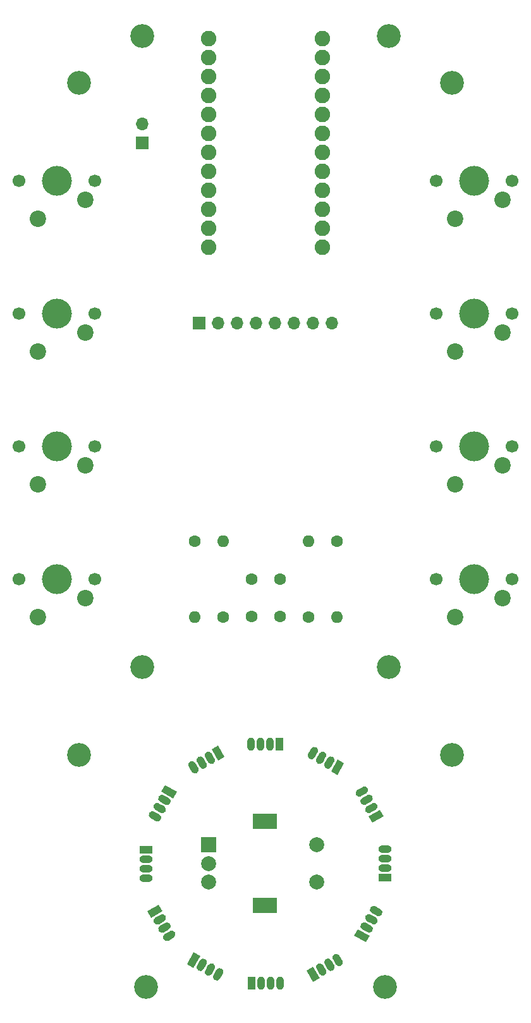
<source format=gbr>
G04 #@! TF.GenerationSoftware,KiCad,Pcbnew,(5.1.9-0-10_14)*
G04 #@! TF.CreationDate,2021-03-16T08:56:42-07:00*
G04 #@! TF.ProjectId,inkkeys,696e6b6b-6579-4732-9e6b-696361645f70,rev?*
G04 #@! TF.SameCoordinates,Original*
G04 #@! TF.FileFunction,Soldermask,Top*
G04 #@! TF.FilePolarity,Negative*
%FSLAX46Y46*%
G04 Gerber Fmt 4.6, Leading zero omitted, Abs format (unit mm)*
G04 Created by KiCad (PCBNEW (5.1.9-0-10_14)) date 2021-03-16 08:56:42*
%MOMM*%
%LPD*%
G01*
G04 APERTURE LIST*
%ADD10C,0.100000*%
%ADD11O,1.800000X1.000000*%
%ADD12R,1.800000X1.000000*%
%ADD13O,1.000000X1.800000*%
%ADD14R,1.000000X1.800000*%
%ADD15C,3.200000*%
%ADD16C,2.082800*%
%ADD17R,1.700000X1.700000*%
%ADD18O,1.700000X1.700000*%
%ADD19C,1.700000*%
%ADD20C,4.000000*%
%ADD21C,2.200000*%
%ADD22C,1.600000*%
%ADD23O,1.600000X1.600000*%
%ADD24C,2.000000*%
%ADD25R,3.200000X2.000000*%
%ADD26R,2.000000X2.000000*%
G04 APERTURE END LIST*
G36*
G01*
X97148904Y-134952184D02*
X96748904Y-135645004D01*
G75*
G02*
X96065891Y-135828017I-433013J250000D01*
G01*
X96065891Y-135828017D01*
G75*
G02*
X95882878Y-135145004I250000J433013D01*
G01*
X96282878Y-134452184D01*
G75*
G02*
X96965891Y-134269171I433013J-250000D01*
G01*
X96965891Y-134269171D01*
G75*
G02*
X97148904Y-134952184I-250000J-433013D01*
G01*
G37*
G36*
G01*
X98248756Y-135587184D02*
X97848756Y-136280004D01*
G75*
G02*
X97165743Y-136463017I-433013J250000D01*
G01*
X97165743Y-136463017D01*
G75*
G02*
X96982730Y-135780004I250000J433013D01*
G01*
X97382730Y-135087184D01*
G75*
G02*
X98065743Y-134904171I433013J-250000D01*
G01*
X98065743Y-134904171D01*
G75*
G02*
X98248756Y-135587184I-250000J-433013D01*
G01*
G37*
G36*
G01*
X99348609Y-136222184D02*
X98948609Y-136915004D01*
G75*
G02*
X98265596Y-137098017I-433013J250000D01*
G01*
X98265596Y-137098017D01*
G75*
G02*
X98082583Y-136415004I250000J433013D01*
G01*
X98482583Y-135722184D01*
G75*
G02*
X99165596Y-135539171I433013J-250000D01*
G01*
X99165596Y-135539171D01*
G75*
G02*
X99348609Y-136222184I-250000J-433013D01*
G01*
G37*
D10*
G36*
X100698461Y-136424171D02*
G01*
X99798461Y-137983017D01*
X98932435Y-137483017D01*
X99832435Y-135924171D01*
X100698461Y-136424171D01*
G37*
G36*
G01*
X103667816Y-140438904D02*
X102974996Y-140838904D01*
G75*
G02*
X102291983Y-140655891I-250000J433013D01*
G01*
X102291983Y-140655891D01*
G75*
G02*
X102474996Y-139972878I433013J250000D01*
G01*
X103167816Y-139572878D01*
G75*
G02*
X103850829Y-139755891I250000J-433013D01*
G01*
X103850829Y-139755891D01*
G75*
G02*
X103667816Y-140438904I-433013J-250000D01*
G01*
G37*
G36*
G01*
X104302816Y-141538756D02*
X103609996Y-141938756D01*
G75*
G02*
X102926983Y-141755743I-250000J433013D01*
G01*
X102926983Y-141755743D01*
G75*
G02*
X103109996Y-141072730I433013J250000D01*
G01*
X103802816Y-140672730D01*
G75*
G02*
X104485829Y-140855743I250000J-433013D01*
G01*
X104485829Y-140855743D01*
G75*
G02*
X104302816Y-141538756I-433013J-250000D01*
G01*
G37*
G36*
G01*
X104937816Y-142638609D02*
X104244996Y-143038609D01*
G75*
G02*
X103561983Y-142855596I-250000J433013D01*
G01*
X103561983Y-142855596D01*
G75*
G02*
X103744996Y-142172583I433013J250000D01*
G01*
X104437816Y-141772583D01*
G75*
G02*
X105120829Y-141955596I250000J-433013D01*
G01*
X105120829Y-141955596D01*
G75*
G02*
X104937816Y-142638609I-433013J-250000D01*
G01*
G37*
G36*
X106005829Y-143488461D02*
G01*
X104446983Y-144388461D01*
X103946983Y-143522435D01*
X105505829Y-142622435D01*
X106005829Y-143488461D01*
G37*
D11*
X106170000Y-147950000D03*
X106170000Y-149220000D03*
X106170000Y-150490000D03*
D12*
X106170000Y-151760000D03*
G36*
G01*
X105077816Y-156838904D02*
X104384996Y-156438904D01*
G75*
G02*
X104201983Y-155755891I250000J433013D01*
G01*
X104201983Y-155755891D01*
G75*
G02*
X104884996Y-155572878I433013J-250000D01*
G01*
X105577816Y-155972878D01*
G75*
G02*
X105760829Y-156655891I-250000J-433013D01*
G01*
X105760829Y-156655891D01*
G75*
G02*
X105077816Y-156838904I-433013J250000D01*
G01*
G37*
G36*
G01*
X104442816Y-157938756D02*
X103749996Y-157538756D01*
G75*
G02*
X103566983Y-156855743I250000J433013D01*
G01*
X103566983Y-156855743D01*
G75*
G02*
X104249996Y-156672730I433013J-250000D01*
G01*
X104942816Y-157072730D01*
G75*
G02*
X105125829Y-157755743I-250000J-433013D01*
G01*
X105125829Y-157755743D01*
G75*
G02*
X104442816Y-157938756I-433013J250000D01*
G01*
G37*
G36*
G01*
X103807816Y-159038609D02*
X103114996Y-158638609D01*
G75*
G02*
X102931983Y-157955596I250000J433013D01*
G01*
X102931983Y-157955596D01*
G75*
G02*
X103614996Y-157772583I433013J-250000D01*
G01*
X104307816Y-158172583D01*
G75*
G02*
X104490829Y-158855596I-250000J-433013D01*
G01*
X104490829Y-158855596D01*
G75*
G02*
X103807816Y-159038609I-433013J250000D01*
G01*
G37*
D10*
G36*
X103605829Y-160388461D02*
G01*
X102046983Y-159488461D01*
X102546983Y-158622435D01*
X104105829Y-159522435D01*
X103605829Y-160388461D01*
G37*
G36*
G01*
X99591096Y-163357816D02*
X99191096Y-162664996D01*
G75*
G02*
X99374109Y-161981983I433013J250000D01*
G01*
X99374109Y-161981983D01*
G75*
G02*
X100057122Y-162164996I250000J-433013D01*
G01*
X100457122Y-162857816D01*
G75*
G02*
X100274109Y-163540829I-433013J-250000D01*
G01*
X100274109Y-163540829D01*
G75*
G02*
X99591096Y-163357816I-250000J433013D01*
G01*
G37*
G36*
G01*
X98491244Y-163992816D02*
X98091244Y-163299996D01*
G75*
G02*
X98274257Y-162616983I433013J250000D01*
G01*
X98274257Y-162616983D01*
G75*
G02*
X98957270Y-162799996I250000J-433013D01*
G01*
X99357270Y-163492816D01*
G75*
G02*
X99174257Y-164175829I-433013J-250000D01*
G01*
X99174257Y-164175829D01*
G75*
G02*
X98491244Y-163992816I-250000J433013D01*
G01*
G37*
G36*
G01*
X97391391Y-164627816D02*
X96991391Y-163934996D01*
G75*
G02*
X97174404Y-163251983I433013J250000D01*
G01*
X97174404Y-163251983D01*
G75*
G02*
X97857417Y-163434996I250000J-433013D01*
G01*
X98257417Y-164127816D01*
G75*
G02*
X98074404Y-164810829I-433013J-250000D01*
G01*
X98074404Y-164810829D01*
G75*
G02*
X97391391Y-164627816I-250000J433013D01*
G01*
G37*
G36*
X96541539Y-165695829D02*
G01*
X95641539Y-164136983D01*
X96507565Y-163636983D01*
X97407565Y-165195829D01*
X96541539Y-165695829D01*
G37*
D13*
X92080000Y-165860000D03*
X90810000Y-165860000D03*
X89540000Y-165860000D03*
D14*
X88270000Y-165860000D03*
G36*
G01*
X83191096Y-164767816D02*
X83591096Y-164074996D01*
G75*
G02*
X84274109Y-163891983I433013J-250000D01*
G01*
X84274109Y-163891983D01*
G75*
G02*
X84457122Y-164574996I-250000J-433013D01*
G01*
X84057122Y-165267816D01*
G75*
G02*
X83374109Y-165450829I-433013J250000D01*
G01*
X83374109Y-165450829D01*
G75*
G02*
X83191096Y-164767816I250000J433013D01*
G01*
G37*
G36*
G01*
X82091244Y-164132816D02*
X82491244Y-163439996D01*
G75*
G02*
X83174257Y-163256983I433013J-250000D01*
G01*
X83174257Y-163256983D01*
G75*
G02*
X83357270Y-163939996I-250000J-433013D01*
G01*
X82957270Y-164632816D01*
G75*
G02*
X82274257Y-164815829I-433013J250000D01*
G01*
X82274257Y-164815829D01*
G75*
G02*
X82091244Y-164132816I250000J433013D01*
G01*
G37*
G36*
G01*
X80991391Y-163497816D02*
X81391391Y-162804996D01*
G75*
G02*
X82074404Y-162621983I433013J-250000D01*
G01*
X82074404Y-162621983D01*
G75*
G02*
X82257417Y-163304996I-250000J-433013D01*
G01*
X81857417Y-163997816D01*
G75*
G02*
X81174404Y-164180829I-433013J250000D01*
G01*
X81174404Y-164180829D01*
G75*
G02*
X80991391Y-163497816I250000J433013D01*
G01*
G37*
D10*
G36*
X79641539Y-163295829D02*
G01*
X80541539Y-161736983D01*
X81407565Y-162236983D01*
X80507565Y-163795829D01*
X79641539Y-163295829D01*
G37*
G36*
G01*
X76672184Y-159281096D02*
X77365004Y-158881096D01*
G75*
G02*
X78048017Y-159064109I250000J-433013D01*
G01*
X78048017Y-159064109D01*
G75*
G02*
X77865004Y-159747122I-433013J-250000D01*
G01*
X77172184Y-160147122D01*
G75*
G02*
X76489171Y-159964109I-250000J433013D01*
G01*
X76489171Y-159964109D01*
G75*
G02*
X76672184Y-159281096I433013J250000D01*
G01*
G37*
G36*
G01*
X76037184Y-158181244D02*
X76730004Y-157781244D01*
G75*
G02*
X77413017Y-157964257I250000J-433013D01*
G01*
X77413017Y-157964257D01*
G75*
G02*
X77230004Y-158647270I-433013J-250000D01*
G01*
X76537184Y-159047270D01*
G75*
G02*
X75854171Y-158864257I-250000J433013D01*
G01*
X75854171Y-158864257D01*
G75*
G02*
X76037184Y-158181244I433013J250000D01*
G01*
G37*
G36*
G01*
X75402184Y-157081391D02*
X76095004Y-156681391D01*
G75*
G02*
X76778017Y-156864404I250000J-433013D01*
G01*
X76778017Y-156864404D01*
G75*
G02*
X76595004Y-157547417I-433013J-250000D01*
G01*
X75902184Y-157947417D01*
G75*
G02*
X75219171Y-157764404I-250000J433013D01*
G01*
X75219171Y-157764404D01*
G75*
G02*
X75402184Y-157081391I433013J250000D01*
G01*
G37*
G36*
X74334171Y-156231539D02*
G01*
X75893017Y-155331539D01*
X76393017Y-156197565D01*
X74834171Y-157097565D01*
X74334171Y-156231539D01*
G37*
D11*
X74170000Y-151770000D03*
X74170000Y-150500000D03*
X74170000Y-149230000D03*
D12*
X74170000Y-147960000D03*
G36*
G01*
X75262184Y-142881096D02*
X75955004Y-143281096D01*
G75*
G02*
X76138017Y-143964109I-250000J-433013D01*
G01*
X76138017Y-143964109D01*
G75*
G02*
X75455004Y-144147122I-433013J250000D01*
G01*
X74762184Y-143747122D01*
G75*
G02*
X74579171Y-143064109I250000J433013D01*
G01*
X74579171Y-143064109D01*
G75*
G02*
X75262184Y-142881096I433013J-250000D01*
G01*
G37*
G36*
G01*
X75897184Y-141781244D02*
X76590004Y-142181244D01*
G75*
G02*
X76773017Y-142864257I-250000J-433013D01*
G01*
X76773017Y-142864257D01*
G75*
G02*
X76090004Y-143047270I-433013J250000D01*
G01*
X75397184Y-142647270D01*
G75*
G02*
X75214171Y-141964257I250000J433013D01*
G01*
X75214171Y-141964257D01*
G75*
G02*
X75897184Y-141781244I433013J-250000D01*
G01*
G37*
G36*
G01*
X76532184Y-140681391D02*
X77225004Y-141081391D01*
G75*
G02*
X77408017Y-141764404I-250000J-433013D01*
G01*
X77408017Y-141764404D01*
G75*
G02*
X76725004Y-141947417I-433013J250000D01*
G01*
X76032184Y-141547417D01*
G75*
G02*
X75849171Y-140864404I250000J433013D01*
G01*
X75849171Y-140864404D01*
G75*
G02*
X76532184Y-140681391I433013J-250000D01*
G01*
G37*
D10*
G36*
X76734171Y-139331539D02*
G01*
X78293017Y-140231539D01*
X77793017Y-141097565D01*
X76234171Y-140197565D01*
X76734171Y-139331539D01*
G37*
G36*
G01*
X80748904Y-136362184D02*
X81148904Y-137055004D01*
G75*
G02*
X80965891Y-137738017I-433013J-250000D01*
G01*
X80965891Y-137738017D01*
G75*
G02*
X80282878Y-137555004I-250000J433013D01*
G01*
X79882878Y-136862184D01*
G75*
G02*
X80065891Y-136179171I433013J250000D01*
G01*
X80065891Y-136179171D01*
G75*
G02*
X80748904Y-136362184I250000J-433013D01*
G01*
G37*
G36*
G01*
X81848756Y-135727184D02*
X82248756Y-136420004D01*
G75*
G02*
X82065743Y-137103017I-433013J-250000D01*
G01*
X82065743Y-137103017D01*
G75*
G02*
X81382730Y-136920004I-250000J433013D01*
G01*
X80982730Y-136227184D01*
G75*
G02*
X81165743Y-135544171I433013J250000D01*
G01*
X81165743Y-135544171D01*
G75*
G02*
X81848756Y-135727184I250000J-433013D01*
G01*
G37*
G36*
G01*
X82948609Y-135092184D02*
X83348609Y-135785004D01*
G75*
G02*
X83165596Y-136468017I-433013J-250000D01*
G01*
X83165596Y-136468017D01*
G75*
G02*
X82482583Y-136285004I-250000J433013D01*
G01*
X82082583Y-135592184D01*
G75*
G02*
X82265596Y-134909171I433013J250000D01*
G01*
X82265596Y-134909171D01*
G75*
G02*
X82948609Y-135092184I250000J-433013D01*
G01*
G37*
G36*
X83798461Y-134024171D02*
G01*
X84698461Y-135583017D01*
X83832435Y-136083017D01*
X82932435Y-134524171D01*
X83798461Y-134024171D01*
G37*
D13*
X88260000Y-133860000D03*
X89530000Y-133860000D03*
X90800000Y-133860000D03*
D14*
X92070000Y-133860000D03*
D15*
X115170000Y-45330000D03*
X65170000Y-45330000D03*
X74170000Y-166330000D03*
X115170000Y-135330000D03*
X106170000Y-166330000D03*
X65170000Y-135330000D03*
X73670000Y-123530000D03*
X106670000Y-123530000D03*
X73670000Y-39030000D03*
X106670000Y-39030000D03*
D16*
X82550000Y-39370000D03*
X82550000Y-41910000D03*
X82550000Y-44450000D03*
X82550000Y-46990000D03*
X82550000Y-49530000D03*
X82550000Y-52070000D03*
X82550000Y-54610000D03*
X82550000Y-57150000D03*
X82550000Y-59690000D03*
X82550000Y-62230000D03*
X82550000Y-64770000D03*
X82550000Y-67310000D03*
X97790000Y-67310000D03*
X97790000Y-64770000D03*
X97790000Y-62230000D03*
X97790000Y-59690000D03*
X97790000Y-57150000D03*
X97790000Y-54610000D03*
X97790000Y-52070000D03*
X97790000Y-49530000D03*
X97790000Y-46990000D03*
X97790000Y-44450000D03*
X97790000Y-41910000D03*
X97790000Y-39370000D03*
D17*
X81280000Y-77470000D03*
D18*
X83820000Y-77470000D03*
X86360000Y-77470000D03*
X88900000Y-77470000D03*
X91440000Y-77470000D03*
X93980000Y-77470000D03*
X96520000Y-77470000D03*
X99060000Y-77470000D03*
X73660000Y-50800000D03*
D17*
X73660000Y-53340000D03*
D19*
X57150000Y-58420000D03*
X67310000Y-58420000D03*
D20*
X62230000Y-58420000D03*
D21*
X66040000Y-60960000D03*
X59690000Y-63500000D03*
X59690000Y-81280000D03*
X66040000Y-78740000D03*
D20*
X62230000Y-76200000D03*
D19*
X67310000Y-76200000D03*
X57150000Y-76200000D03*
D21*
X59690000Y-99060000D03*
X66040000Y-96520000D03*
D20*
X62230000Y-93980000D03*
D19*
X67310000Y-93980000D03*
X57150000Y-93980000D03*
X57150000Y-111760000D03*
X67310000Y-111760000D03*
D20*
X62230000Y-111760000D03*
D21*
X66040000Y-114300000D03*
X59690000Y-116840000D03*
X115570000Y-63500000D03*
X121920000Y-60960000D03*
D20*
X118110000Y-58420000D03*
D19*
X123190000Y-58420000D03*
X113030000Y-58420000D03*
X113030000Y-76200000D03*
X123190000Y-76200000D03*
D20*
X118110000Y-76200000D03*
D21*
X121920000Y-78740000D03*
X115570000Y-81280000D03*
X115570000Y-99060000D03*
X121920000Y-96520000D03*
D20*
X118110000Y-93980000D03*
D19*
X123190000Y-93980000D03*
X113030000Y-93980000D03*
X113030000Y-111760000D03*
X123190000Y-111760000D03*
D20*
X118110000Y-111760000D03*
D21*
X121920000Y-114300000D03*
X115570000Y-116840000D03*
D22*
X88265000Y-111760000D03*
X88265000Y-116760000D03*
X92075000Y-116760000D03*
X92075000Y-111760000D03*
D23*
X95885000Y-106680000D03*
D22*
X95885000Y-116840000D03*
X84455000Y-116840000D03*
D23*
X84455000Y-106680000D03*
X99695000Y-116840000D03*
D22*
X99695000Y-106680000D03*
X80645000Y-106680000D03*
D23*
X80645000Y-116840000D03*
D24*
X97050000Y-152320000D03*
X97050000Y-147320000D03*
D25*
X90050000Y-155420000D03*
X90050000Y-144220000D03*
D24*
X82550000Y-152320000D03*
X82550000Y-149820000D03*
D26*
X82550000Y-147320000D03*
M02*

</source>
